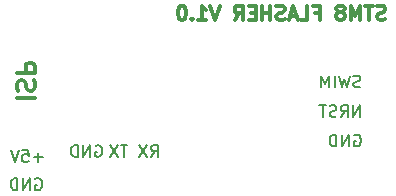
<source format=gbr>
%TF.GenerationSoftware,KiCad,Pcbnew,no-vcs-found-75b21d0~61~ubuntu14.04.1*%
%TF.CreationDate,2017-12-18T14:02:50+05:30*%
%TF.ProjectId,STM8_Flasher,53544D385F466C61736865722E6B6963,rev?*%
%TF.SameCoordinates,Original*%
%TF.FileFunction,Legend,Bot*%
%TF.FilePolarity,Positive*%
%FSLAX46Y46*%
G04 Gerber Fmt 4.6, Leading zero omitted, Abs format (unit mm)*
G04 Created by KiCad (PCBNEW no-vcs-found-75b21d0~61~ubuntu14.04.1) date Mon Dec 18 14:02:50 2017*
%MOMM*%
%LPD*%
G01*
G04 APERTURE LIST*
%ADD10C,0.200000*%
%ADD11C,0.300000*%
G04 APERTURE END LIST*
D10*
X96561904Y-132400000D02*
X96657142Y-132352380D01*
X96800000Y-132352380D01*
X96942857Y-132400000D01*
X97038095Y-132495238D01*
X97085714Y-132590476D01*
X97133333Y-132780952D01*
X97133333Y-132923809D01*
X97085714Y-133114285D01*
X97038095Y-133209523D01*
X96942857Y-133304761D01*
X96800000Y-133352380D01*
X96704761Y-133352380D01*
X96561904Y-133304761D01*
X96514285Y-133257142D01*
X96514285Y-132923809D01*
X96704761Y-132923809D01*
X96085714Y-133352380D02*
X96085714Y-132352380D01*
X95514285Y-133352380D01*
X95514285Y-132352380D01*
X95038095Y-133352380D02*
X95038095Y-132352380D01*
X94800000Y-132352380D01*
X94657142Y-132400000D01*
X94561904Y-132495238D01*
X94514285Y-132590476D01*
X94466666Y-132780952D01*
X94466666Y-132923809D01*
X94514285Y-133114285D01*
X94561904Y-133209523D01*
X94657142Y-133304761D01*
X94800000Y-133352380D01*
X95038095Y-133352380D01*
X99261904Y-132352380D02*
X98690476Y-132352380D01*
X98976190Y-133352380D02*
X98976190Y-132352380D01*
X98452380Y-132352380D02*
X97785714Y-133352380D01*
X97785714Y-132352380D02*
X98452380Y-133352380D01*
X101266666Y-133352380D02*
X101600000Y-132876190D01*
X101838095Y-133352380D02*
X101838095Y-132352380D01*
X101457142Y-132352380D01*
X101361904Y-132400000D01*
X101314285Y-132447619D01*
X101266666Y-132542857D01*
X101266666Y-132685714D01*
X101314285Y-132780952D01*
X101361904Y-132828571D01*
X101457142Y-132876190D01*
X101838095Y-132876190D01*
X100933333Y-132352380D02*
X100266666Y-133352380D01*
X100266666Y-132352380D02*
X100933333Y-133352380D01*
D11*
X89921428Y-128364285D02*
X91421428Y-128364285D01*
X89992857Y-127721428D02*
X89921428Y-127507142D01*
X89921428Y-127150000D01*
X89992857Y-127007142D01*
X90064285Y-126935714D01*
X90207142Y-126864285D01*
X90350000Y-126864285D01*
X90492857Y-126935714D01*
X90564285Y-127007142D01*
X90635714Y-127150000D01*
X90707142Y-127435714D01*
X90778571Y-127578571D01*
X90850000Y-127650000D01*
X90992857Y-127721428D01*
X91135714Y-127721428D01*
X91278571Y-127650000D01*
X91350000Y-127578571D01*
X91421428Y-127435714D01*
X91421428Y-127078571D01*
X91350000Y-126864285D01*
X89921428Y-126221428D02*
X91421428Y-126221428D01*
X91421428Y-125650000D01*
X91350000Y-125507142D01*
X91278571Y-125435714D01*
X91135714Y-125364285D01*
X90921428Y-125364285D01*
X90778571Y-125435714D01*
X90707142Y-125507142D01*
X90635714Y-125650000D01*
X90635714Y-126221428D01*
D10*
X91461904Y-135200000D02*
X91557142Y-135152380D01*
X91700000Y-135152380D01*
X91842857Y-135200000D01*
X91938095Y-135295238D01*
X91985714Y-135390476D01*
X92033333Y-135580952D01*
X92033333Y-135723809D01*
X91985714Y-135914285D01*
X91938095Y-136009523D01*
X91842857Y-136104761D01*
X91700000Y-136152380D01*
X91604761Y-136152380D01*
X91461904Y-136104761D01*
X91414285Y-136057142D01*
X91414285Y-135723809D01*
X91604761Y-135723809D01*
X90985714Y-136152380D02*
X90985714Y-135152380D01*
X90414285Y-136152380D01*
X90414285Y-135152380D01*
X89938095Y-136152380D02*
X89938095Y-135152380D01*
X89700000Y-135152380D01*
X89557142Y-135200000D01*
X89461904Y-135295238D01*
X89414285Y-135390476D01*
X89366666Y-135580952D01*
X89366666Y-135723809D01*
X89414285Y-135914285D01*
X89461904Y-136009523D01*
X89557142Y-136104761D01*
X89700000Y-136152380D01*
X89938095Y-136152380D01*
X92085714Y-133371428D02*
X91323809Y-133371428D01*
X91704761Y-133752380D02*
X91704761Y-132990476D01*
X90371428Y-132752380D02*
X90847619Y-132752380D01*
X90895238Y-133228571D01*
X90847619Y-133180952D01*
X90752380Y-133133333D01*
X90514285Y-133133333D01*
X90419047Y-133180952D01*
X90371428Y-133228571D01*
X90323809Y-133323809D01*
X90323809Y-133561904D01*
X90371428Y-133657142D01*
X90419047Y-133704761D01*
X90514285Y-133752380D01*
X90752380Y-133752380D01*
X90847619Y-133704761D01*
X90895238Y-133657142D01*
X90038095Y-132752380D02*
X89704761Y-133752380D01*
X89371428Y-132752380D01*
X118461904Y-131500000D02*
X118557142Y-131452380D01*
X118700000Y-131452380D01*
X118842857Y-131500000D01*
X118938095Y-131595238D01*
X118985714Y-131690476D01*
X119033333Y-131880952D01*
X119033333Y-132023809D01*
X118985714Y-132214285D01*
X118938095Y-132309523D01*
X118842857Y-132404761D01*
X118700000Y-132452380D01*
X118604761Y-132452380D01*
X118461904Y-132404761D01*
X118414285Y-132357142D01*
X118414285Y-132023809D01*
X118604761Y-132023809D01*
X117985714Y-132452380D02*
X117985714Y-131452380D01*
X117414285Y-132452380D01*
X117414285Y-131452380D01*
X116938095Y-132452380D02*
X116938095Y-131452380D01*
X116700000Y-131452380D01*
X116557142Y-131500000D01*
X116461904Y-131595238D01*
X116414285Y-131690476D01*
X116366666Y-131880952D01*
X116366666Y-132023809D01*
X116414285Y-132214285D01*
X116461904Y-132309523D01*
X116557142Y-132404761D01*
X116700000Y-132452380D01*
X116938095Y-132452380D01*
X118942857Y-129952380D02*
X118942857Y-128952380D01*
X118371428Y-129952380D01*
X118371428Y-128952380D01*
X117323809Y-129952380D02*
X117657142Y-129476190D01*
X117895238Y-129952380D02*
X117895238Y-128952380D01*
X117514285Y-128952380D01*
X117419047Y-129000000D01*
X117371428Y-129047619D01*
X117323809Y-129142857D01*
X117323809Y-129285714D01*
X117371428Y-129380952D01*
X117419047Y-129428571D01*
X117514285Y-129476190D01*
X117895238Y-129476190D01*
X116942857Y-129904761D02*
X116800000Y-129952380D01*
X116561904Y-129952380D01*
X116466666Y-129904761D01*
X116419047Y-129857142D01*
X116371428Y-129761904D01*
X116371428Y-129666666D01*
X116419047Y-129571428D01*
X116466666Y-129523809D01*
X116561904Y-129476190D01*
X116752380Y-129428571D01*
X116847619Y-129380952D01*
X116895238Y-129333333D01*
X116942857Y-129238095D01*
X116942857Y-129142857D01*
X116895238Y-129047619D01*
X116847619Y-129000000D01*
X116752380Y-128952380D01*
X116514285Y-128952380D01*
X116371428Y-129000000D01*
X116085714Y-128952380D02*
X115514285Y-128952380D01*
X115800000Y-129952380D02*
X115800000Y-128952380D01*
X118966666Y-127404761D02*
X118823809Y-127452380D01*
X118585714Y-127452380D01*
X118490476Y-127404761D01*
X118442857Y-127357142D01*
X118395238Y-127261904D01*
X118395238Y-127166666D01*
X118442857Y-127071428D01*
X118490476Y-127023809D01*
X118585714Y-126976190D01*
X118776190Y-126928571D01*
X118871428Y-126880952D01*
X118919047Y-126833333D01*
X118966666Y-126738095D01*
X118966666Y-126642857D01*
X118919047Y-126547619D01*
X118871428Y-126500000D01*
X118776190Y-126452380D01*
X118538095Y-126452380D01*
X118395238Y-126500000D01*
X118061904Y-126452380D02*
X117823809Y-127452380D01*
X117633333Y-126738095D01*
X117442857Y-127452380D01*
X117204761Y-126452380D01*
X116823809Y-127452380D02*
X116823809Y-126452380D01*
X116347619Y-127452380D02*
X116347619Y-126452380D01*
X116014285Y-127166666D01*
X115680952Y-126452380D01*
X115680952Y-127452380D01*
D11*
X121071428Y-121685714D02*
X120900000Y-121742857D01*
X120614285Y-121742857D01*
X120500000Y-121685714D01*
X120442857Y-121628571D01*
X120385714Y-121514285D01*
X120385714Y-121400000D01*
X120442857Y-121285714D01*
X120500000Y-121228571D01*
X120614285Y-121171428D01*
X120842857Y-121114285D01*
X120957142Y-121057142D01*
X121014285Y-121000000D01*
X121071428Y-120885714D01*
X121071428Y-120771428D01*
X121014285Y-120657142D01*
X120957142Y-120600000D01*
X120842857Y-120542857D01*
X120557142Y-120542857D01*
X120385714Y-120600000D01*
X120042857Y-120542857D02*
X119357142Y-120542857D01*
X119700000Y-121742857D02*
X119700000Y-120542857D01*
X118957142Y-121742857D02*
X118957142Y-120542857D01*
X118557142Y-121400000D01*
X118157142Y-120542857D01*
X118157142Y-121742857D01*
X117414285Y-121057142D02*
X117528571Y-121000000D01*
X117585714Y-120942857D01*
X117642857Y-120828571D01*
X117642857Y-120771428D01*
X117585714Y-120657142D01*
X117528571Y-120600000D01*
X117414285Y-120542857D01*
X117185714Y-120542857D01*
X117071428Y-120600000D01*
X117014285Y-120657142D01*
X116957142Y-120771428D01*
X116957142Y-120828571D01*
X117014285Y-120942857D01*
X117071428Y-121000000D01*
X117185714Y-121057142D01*
X117414285Y-121057142D01*
X117528571Y-121114285D01*
X117585714Y-121171428D01*
X117642857Y-121285714D01*
X117642857Y-121514285D01*
X117585714Y-121628571D01*
X117528571Y-121685714D01*
X117414285Y-121742857D01*
X117185714Y-121742857D01*
X117071428Y-121685714D01*
X117014285Y-121628571D01*
X116957142Y-121514285D01*
X116957142Y-121285714D01*
X117014285Y-121171428D01*
X117071428Y-121114285D01*
X117185714Y-121057142D01*
X115128571Y-121114285D02*
X115528571Y-121114285D01*
X115528571Y-121742857D02*
X115528571Y-120542857D01*
X114957142Y-120542857D01*
X113928571Y-121742857D02*
X114500000Y-121742857D01*
X114500000Y-120542857D01*
X113585714Y-121400000D02*
X113014285Y-121400000D01*
X113700000Y-121742857D02*
X113300000Y-120542857D01*
X112900000Y-121742857D01*
X112557142Y-121685714D02*
X112385714Y-121742857D01*
X112100000Y-121742857D01*
X111985714Y-121685714D01*
X111928571Y-121628571D01*
X111871428Y-121514285D01*
X111871428Y-121400000D01*
X111928571Y-121285714D01*
X111985714Y-121228571D01*
X112100000Y-121171428D01*
X112328571Y-121114285D01*
X112442857Y-121057142D01*
X112500000Y-121000000D01*
X112557142Y-120885714D01*
X112557142Y-120771428D01*
X112500000Y-120657142D01*
X112442857Y-120600000D01*
X112328571Y-120542857D01*
X112042857Y-120542857D01*
X111871428Y-120600000D01*
X111357142Y-121742857D02*
X111357142Y-120542857D01*
X111357142Y-121114285D02*
X110671428Y-121114285D01*
X110671428Y-121742857D02*
X110671428Y-120542857D01*
X110100000Y-121114285D02*
X109700000Y-121114285D01*
X109528571Y-121742857D02*
X110100000Y-121742857D01*
X110100000Y-120542857D01*
X109528571Y-120542857D01*
X108328571Y-121742857D02*
X108728571Y-121171428D01*
X109014285Y-121742857D02*
X109014285Y-120542857D01*
X108557142Y-120542857D01*
X108442857Y-120600000D01*
X108385714Y-120657142D01*
X108328571Y-120771428D01*
X108328571Y-120942857D01*
X108385714Y-121057142D01*
X108442857Y-121114285D01*
X108557142Y-121171428D01*
X109014285Y-121171428D01*
X107071428Y-120542857D02*
X106671428Y-121742857D01*
X106271428Y-120542857D01*
X105242857Y-121742857D02*
X105928571Y-121742857D01*
X105585714Y-121742857D02*
X105585714Y-120542857D01*
X105700000Y-120714285D01*
X105814285Y-120828571D01*
X105928571Y-120885714D01*
X104728571Y-121628571D02*
X104671428Y-121685714D01*
X104728571Y-121742857D01*
X104785714Y-121685714D01*
X104728571Y-121628571D01*
X104728571Y-121742857D01*
X103928571Y-120542857D02*
X103814285Y-120542857D01*
X103700000Y-120600000D01*
X103642857Y-120657142D01*
X103585714Y-120771428D01*
X103528571Y-121000000D01*
X103528571Y-121285714D01*
X103585714Y-121514285D01*
X103642857Y-121628571D01*
X103700000Y-121685714D01*
X103814285Y-121742857D01*
X103928571Y-121742857D01*
X104042857Y-121685714D01*
X104100000Y-121628571D01*
X104157142Y-121514285D01*
X104214285Y-121285714D01*
X104214285Y-121000000D01*
X104157142Y-120771428D01*
X104100000Y-120657142D01*
X104042857Y-120600000D01*
X103928571Y-120542857D01*
M02*

</source>
